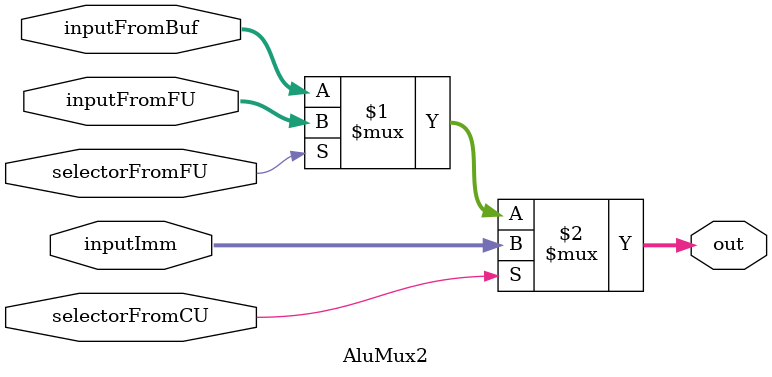
<source format=v>
module AluMux2 (
    input [15:0] inputFromBuf,
    input [15:0] inputImm,
    input [15:0] inputFromFU,
    input selectorFromFU,
    input selectorFromCU,
    output [15:0] out
);

    assign out = (selectorFromCU ? inputImm : ((selectorFromFU) ? inputFromFU : inputFromBuf));

endmodule
</source>
